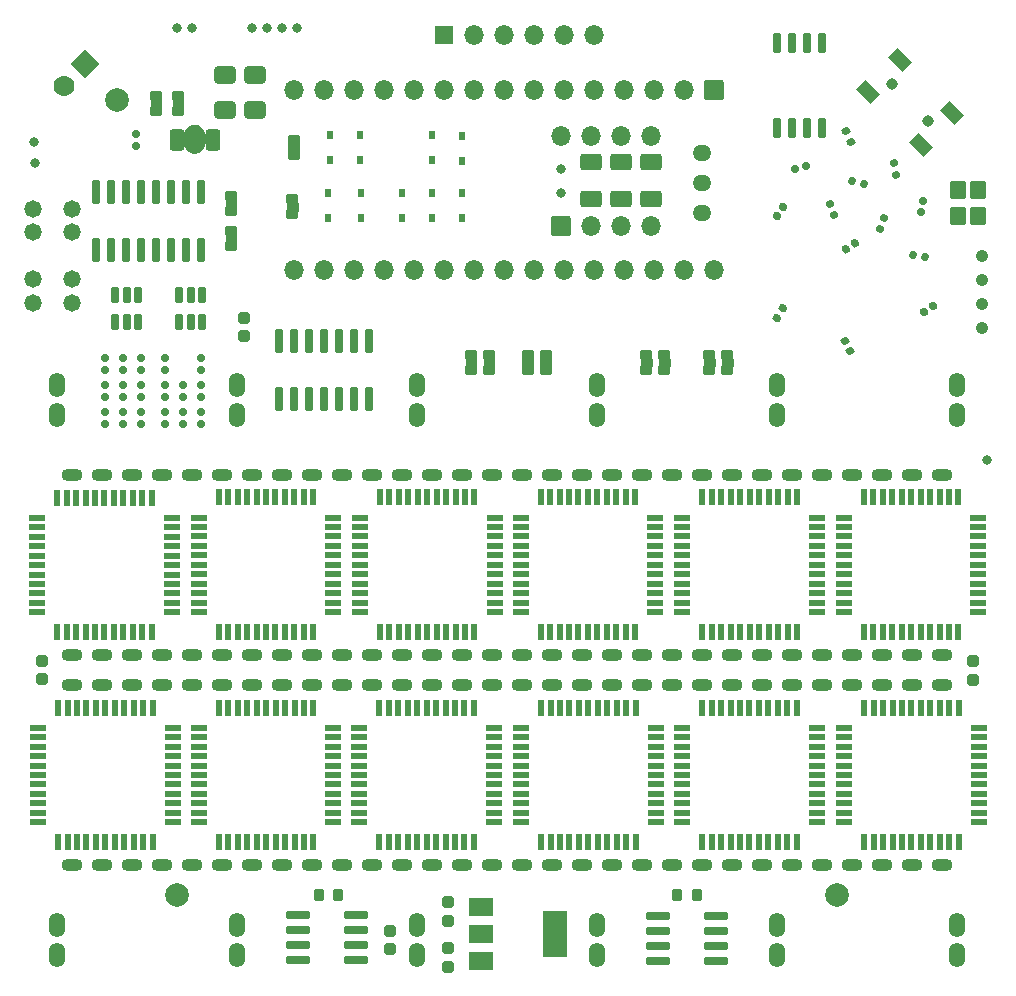
<source format=gbs>
G04 #@! TF.GenerationSoftware,KiCad,Pcbnew,(7.0.0-rc1-358-g86c12d35b4)*
G04 #@! TF.CreationDate,2023-05-18T21:24:16-07:00*
G04 #@! TF.ProjectId,Jumperless2,4a756d70-6572-46c6-9573-73322e6b6963,rev?*
G04 #@! TF.SameCoordinates,Original*
G04 #@! TF.FileFunction,Soldermask,Bot*
G04 #@! TF.FilePolarity,Negative*
%FSLAX46Y46*%
G04 Gerber Fmt 4.6, Leading zero omitted, Abs format (unit mm)*
G04 Created by KiCad (PCBNEW (7.0.0-rc1-358-g86c12d35b4)) date 2023-05-18 21:24:16*
%MOMM*%
%LPD*%
G01*
G04 APERTURE LIST*
G04 Aperture macros list*
%AMRoundRect*
0 Rectangle with rounded corners*
0 $1 Rounding radius*
0 $2 $3 $4 $5 $6 $7 $8 $9 X,Y pos of 4 corners*
0 Add a 4 corners polygon primitive as box body*
4,1,4,$2,$3,$4,$5,$6,$7,$8,$9,$2,$3,0*
0 Add four circle primitives for the rounded corners*
1,1,$1+$1,$2,$3*
1,1,$1+$1,$4,$5*
1,1,$1+$1,$6,$7*
1,1,$1+$1,$8,$9*
0 Add four rect primitives between the rounded corners*
20,1,$1+$1,$2,$3,$4,$5,0*
20,1,$1+$1,$4,$5,$6,$7,0*
20,1,$1+$1,$6,$7,$8,$9,0*
20,1,$1+$1,$8,$9,$2,$3,0*%
%AMHorizOval*
0 Thick line with rounded ends*
0 $1 width*
0 $2 $3 position (X,Y) of the first rounded end (center of the circle)*
0 $4 $5 position (X,Y) of the second rounded end (center of the circle)*
0 Add line between two ends*
20,1,$1,$2,$3,$4,$5,0*
0 Add two circle primitives to create the rounded ends*
1,1,$1,$2,$3*
1,1,$1,$4,$5*%
%AMFreePoly0*
4,1,27,0.526870,0.526870,0.538000,0.500000,0.538000,-0.500000,0.526870,-0.526870,0.500000,-0.538000,0.000000,-0.538000,-0.007413,-0.537270,-0.103084,-0.518240,-0.116783,-0.512566,-0.197889,-0.458373,-0.208373,-0.447889,-0.262566,-0.366783,-0.268240,-0.353084,-0.287270,-0.257413,-0.288000,-0.250000,-0.288000,0.250000,-0.287270,0.257413,-0.268240,0.353084,-0.262566,0.366783,-0.208373,0.447889,
-0.197889,0.458373,-0.116783,0.512566,-0.103084,0.518240,-0.007413,0.537270,0.000000,0.538000,0.500000,0.538000,0.526870,0.526870,0.526870,0.526870,$1*%
%AMFreePoly1*
4,1,27,0.534870,0.534870,0.546000,0.508000,0.546000,-0.508000,0.534870,-0.534870,0.508000,-0.546000,0.000000,-0.546000,-0.007414,-0.545270,-0.104616,-0.525935,-0.118314,-0.520261,-0.200717,-0.465201,-0.211201,-0.454717,-0.266261,-0.372314,-0.271935,-0.358616,-0.291270,-0.261414,-0.292000,-0.254000,-0.292000,0.254000,-0.291270,0.261414,-0.271935,0.358616,-0.266261,0.372314,-0.211201,0.454717,
-0.200717,0.465201,-0.118314,0.520261,-0.104616,0.525935,-0.007414,0.545270,0.000000,0.546000,0.508000,0.546000,0.534870,0.534870,0.534870,0.534870,$1*%
G04 Aperture macros list end*
%ADD10C,0.000000*%
%ADD11C,0.010000*%
%ADD12C,0.012700*%
%ADD13RoundRect,0.038000X0.600000X0.250000X-0.600000X0.250000X-0.600000X-0.250000X0.600000X-0.250000X0*%
%ADD14RoundRect,0.038000X0.250000X-0.600000X0.250000X0.600000X-0.250000X0.600000X-0.250000X-0.600000X0*%
%ADD15RoundRect,0.188000X0.150000X-0.512500X0.150000X0.512500X-0.150000X0.512500X-0.150000X-0.512500X0*%
%ADD16O,1.576000X1.376000*%
%ADD17RoundRect,0.198000X0.640000X-0.640000X0.640000X0.640000X-0.640000X0.640000X-0.640000X-0.640000X0*%
%ADD18O,1.676000X1.676000*%
%ADD19C,0.976000*%
%ADD20C,1.476000*%
%ADD21RoundRect,0.208000X-0.961665X0.000000X0.000000X-0.961665X0.961665X0.000000X0.000000X0.961665X0*%
%ADD22HorizOval,1.776000X0.000000X0.000000X0.000000X0.000000X0*%
%ADD23RoundRect,0.188000X0.600000X-0.600000X0.600000X0.600000X-0.600000X0.600000X-0.600000X-0.600000X0*%
%ADD24O,1.376000X2.076000*%
%ADD25O,1.776000X1.076000*%
%ADD26RoundRect,0.198000X-0.640000X0.640000X-0.640000X-0.640000X0.640000X-0.640000X0.640000X0.640000X0*%
%ADD27RoundRect,0.178000X0.058955X-0.212189X0.219557X0.017173X-0.058955X0.212189X-0.219557X-0.017173X0*%
%ADD28C,2.000000*%
%ADD29RoundRect,0.288001X0.624999X-0.462499X0.624999X0.462499X-0.624999X0.462499X-0.624999X-0.462499X0*%
%ADD30C,1.076000*%
%ADD31RoundRect,0.288000X0.650000X-0.412500X0.650000X0.412500X-0.650000X0.412500X-0.650000X-0.412500X0*%
%ADD32C,0.826000*%
%ADD33RoundRect,0.173000X0.185000X-0.135000X0.185000X0.135000X-0.185000X0.135000X-0.185000X-0.135000X0*%
%ADD34RoundRect,0.038000X0.225000X-0.300000X0.225000X0.300000X-0.225000X0.300000X-0.225000X-0.300000X0*%
%ADD35RoundRect,0.173000X-0.185000X0.135000X-0.185000X-0.135000X0.185000X-0.135000X0.185000X0.135000X0*%
%ADD36FreePoly0,90.000000*%
%ADD37FreePoly0,270.000000*%
%ADD38RoundRect,0.238000X-0.200000X-0.275000X0.200000X-0.275000X0.200000X0.275000X-0.200000X0.275000X0*%
%ADD39FreePoly1,90.000000*%
%ADD40FreePoly1,270.000000*%
%ADD41RoundRect,0.271680X0.350520X0.652320X-0.350520X0.652320X-0.350520X-0.652320X0.350520X-0.652320X0*%
%ADD42RoundRect,0.178000X0.143107X-0.167393X0.191728X0.108353X-0.143107X0.167393X-0.191728X-0.108353X0*%
%ADD43RoundRect,0.038000X0.954594X-0.247487X-0.247487X0.954594X-0.954594X0.247487X0.247487X-0.954594X0*%
%ADD44RoundRect,0.263000X-0.250000X0.225000X-0.250000X-0.225000X0.250000X-0.225000X0.250000X0.225000X0*%
%ADD45RoundRect,0.173000X-0.205632X0.100824X-0.158747X-0.165074X0.205632X-0.100824X0.158747X0.165074X0*%
%ADD46RoundRect,0.178000X-0.017173X-0.219557X0.212189X-0.058955X0.017173X0.219557X-0.212189X0.058955X0*%
%ADD47RoundRect,0.038000X-0.225000X0.300000X-0.225000X-0.300000X0.225000X-0.300000X0.225000X0.300000X0*%
%ADD48RoundRect,0.263000X0.250000X-0.225000X0.250000X0.225000X-0.250000X0.225000X-0.250000X-0.225000X0*%
%ADD49RoundRect,0.038000X0.600000X-0.700000X0.600000X0.700000X-0.600000X0.700000X-0.600000X-0.700000X0*%
%ADD50RoundRect,0.188000X-0.150000X0.825000X-0.150000X-0.825000X0.150000X-0.825000X0.150000X0.825000X0*%
%ADD51RoundRect,0.178000X0.099887X0.196272X-0.173476X0.135669X-0.099887X-0.196272X0.173476X-0.135669X0*%
%ADD52RoundRect,0.188000X-0.150000X0.650000X-0.150000X-0.650000X0.150000X-0.650000X0.150000X0.650000X0*%
%ADD53RoundRect,0.178000X0.207631X-0.073414X0.111865X0.189700X-0.207631X0.073414X-0.111865X-0.189700X0*%
%ADD54RoundRect,0.173000X-0.157992X-0.165796X0.109698X-0.201038X0.157992X0.165796X-0.109698X0.201038X0*%
%ADD55RoundRect,0.188000X0.825000X0.150000X-0.825000X0.150000X-0.825000X-0.150000X0.825000X-0.150000X0*%
%ADD56RoundRect,0.178000X-0.068155X0.209416X-0.218598X-0.026734X0.068155X-0.209416X0.218598X0.026734X0*%
%ADD57RoundRect,0.173000X0.224720X-0.044167X0.110613X0.200536X-0.224720X0.044167X-0.110613X-0.200536X0*%
%ADD58RoundRect,0.178000X-0.217224X0.036244X-0.077224X-0.206244X0.217224X-0.036244X0.077224X0.206244X0*%
%ADD59RoundRect,0.038000X-1.000000X-0.750000X1.000000X-0.750000X1.000000X0.750000X-1.000000X0.750000X0*%
%ADD60RoundRect,0.038000X-1.000000X-1.900000X1.000000X-1.900000X1.000000X1.900000X-1.000000X1.900000X0*%
%ADD61RoundRect,0.173000X-0.171841X-0.151395X0.091759X-0.209834X0.171841X0.151395X-0.091759X0.209834X0*%
%ADD62RoundRect,0.178000X-0.111865X0.189700X-0.207631X-0.073414X0.111865X-0.189700X0.207631X0.073414X0*%
%ADD63RoundRect,0.288000X-0.650000X0.412500X-0.650000X-0.412500X0.650000X-0.412500X0.650000X0.412500X0*%
%ADD64RoundRect,0.178000X0.026734X0.218598X-0.209416X0.068155X-0.026734X-0.218598X0.209416X-0.068155X0*%
G04 APERTURE END LIST*
D10*
G36*
X49461858Y-113820548D02*
G01*
X49483666Y-113821681D01*
X49505392Y-113823397D01*
X49527007Y-113825692D01*
X49548480Y-113828561D01*
X49569779Y-113832001D01*
X49590876Y-113836009D01*
X49611738Y-113840581D01*
X49632336Y-113845713D01*
X49652638Y-113851402D01*
X49672615Y-113857643D01*
X49692235Y-113864434D01*
X49714067Y-113872292D01*
X49727352Y-113876934D01*
X49735897Y-113879988D01*
X49745644Y-113883935D01*
X49756439Y-113888689D01*
X49768127Y-113894165D01*
X49793564Y-113906937D01*
X49820717Y-113921565D01*
X49848347Y-113937360D01*
X49875219Y-113953636D01*
X49900093Y-113969705D01*
X49911394Y-113977448D01*
X49921732Y-113984880D01*
X49936484Y-113996022D01*
X49951221Y-114007617D01*
X49965920Y-114019639D01*
X49980553Y-114032064D01*
X49995095Y-114044867D01*
X50009520Y-114058020D01*
X50023804Y-114071500D01*
X50037920Y-114085281D01*
X50051842Y-114099337D01*
X50065545Y-114113642D01*
X50079004Y-114128172D01*
X50092193Y-114142901D01*
X50105085Y-114157803D01*
X50117656Y-114172854D01*
X50129880Y-114188026D01*
X50141731Y-114203296D01*
X50163207Y-114232535D01*
X50183951Y-114262854D01*
X50203938Y-114294196D01*
X50223143Y-114326504D01*
X50241541Y-114359717D01*
X50259107Y-114393779D01*
X50275816Y-114428631D01*
X50291644Y-114464215D01*
X50306565Y-114500472D01*
X50320555Y-114537345D01*
X50333589Y-114574775D01*
X50345641Y-114612704D01*
X50356686Y-114651074D01*
X50366701Y-114689826D01*
X50375659Y-114728902D01*
X50383537Y-114768245D01*
X50390044Y-114805140D01*
X50395414Y-114839975D01*
X50399728Y-114873704D01*
X50403067Y-114907279D01*
X50405511Y-114941653D01*
X50407143Y-114977778D01*
X50408043Y-115016608D01*
X50408292Y-115059094D01*
X50407651Y-115114610D01*
X50405787Y-115166055D01*
X50402598Y-115214297D01*
X50397979Y-115260202D01*
X50391829Y-115304636D01*
X50384042Y-115348466D01*
X50374518Y-115392556D01*
X50363151Y-115437774D01*
X50357899Y-115457913D01*
X50355391Y-115467841D01*
X50353387Y-115476003D01*
X50346616Y-115501063D01*
X50337493Y-115529988D01*
X50326417Y-115561752D01*
X50313788Y-115595327D01*
X50300006Y-115629685D01*
X50285470Y-115663799D01*
X50270579Y-115696641D01*
X50255734Y-115727184D01*
X50235785Y-115765130D01*
X50214888Y-115801955D01*
X50193055Y-115837643D01*
X50170297Y-115872183D01*
X50146627Y-115905560D01*
X50122058Y-115937761D01*
X50096601Y-115968773D01*
X50070270Y-115998582D01*
X50043075Y-116027176D01*
X50015030Y-116054540D01*
X49986146Y-116080661D01*
X49956436Y-116105526D01*
X49925913Y-116129122D01*
X49894588Y-116151435D01*
X49862474Y-116172452D01*
X49829582Y-116192160D01*
X49812141Y-116201856D01*
X49794405Y-116211152D01*
X49776396Y-116220038D01*
X49758141Y-116228507D01*
X49739663Y-116236550D01*
X49720986Y-116244159D01*
X49702135Y-116251326D01*
X49683134Y-116258042D01*
X49664008Y-116264299D01*
X49644780Y-116270089D01*
X49625476Y-116275403D01*
X49606119Y-116280234D01*
X49586734Y-116284572D01*
X49567345Y-116288410D01*
X49547977Y-116291740D01*
X49528653Y-116294553D01*
X49508636Y-116296741D01*
X49485981Y-116298428D01*
X49461576Y-116299603D01*
X49436307Y-116300251D01*
X49411063Y-116300359D01*
X49386731Y-116299914D01*
X49364199Y-116298902D01*
X49344353Y-116297310D01*
X49344352Y-116297310D01*
X49320126Y-116294384D01*
X49295581Y-116290595D01*
X49270763Y-116285955D01*
X49245719Y-116280474D01*
X49220496Y-116274163D01*
X49195139Y-116267033D01*
X49169696Y-116259095D01*
X49144213Y-116250360D01*
X49128241Y-116244112D01*
X49108960Y-116235726D01*
X49087468Y-116225751D01*
X49064865Y-116214733D01*
X49042247Y-116203220D01*
X49020712Y-116191758D01*
X49001360Y-116180895D01*
X48985286Y-116171177D01*
X48960159Y-116154624D01*
X48935503Y-116137285D01*
X48911327Y-116119171D01*
X48887642Y-116100292D01*
X48864457Y-116080657D01*
X48841781Y-116060276D01*
X48819625Y-116039160D01*
X48797997Y-116017319D01*
X48776908Y-115994762D01*
X48756367Y-115971500D01*
X48736384Y-115947543D01*
X48716968Y-115922900D01*
X48698129Y-115897582D01*
X48679878Y-115871598D01*
X48662222Y-115844959D01*
X48645172Y-115817675D01*
X48634682Y-115799849D01*
X48623444Y-115779807D01*
X48611858Y-115758329D01*
X48600322Y-115736193D01*
X48589235Y-115714177D01*
X48578996Y-115693059D01*
X48570004Y-115673618D01*
X48562657Y-115656631D01*
X48556922Y-115642864D01*
X48551400Y-115629859D01*
X48546721Y-115619082D01*
X48543512Y-115611996D01*
X48542409Y-115609576D01*
X48541381Y-115607115D01*
X48540449Y-115604679D01*
X48539637Y-115602339D01*
X48538966Y-115600162D01*
X48538460Y-115598216D01*
X48538275Y-115597352D01*
X48538140Y-115596571D01*
X48538057Y-115595882D01*
X48538030Y-115595294D01*
X48538009Y-115594726D01*
X48537948Y-115594095D01*
X48537850Y-115593407D01*
X48537715Y-115592669D01*
X48537547Y-115591887D01*
X48537346Y-115591070D01*
X48537116Y-115590222D01*
X48536858Y-115589350D01*
X48536574Y-115588462D01*
X48536266Y-115587564D01*
X48535937Y-115586663D01*
X48535588Y-115585764D01*
X48535221Y-115584876D01*
X48534839Y-115584004D01*
X48534442Y-115583155D01*
X48534035Y-115582336D01*
X48532470Y-115578982D01*
X48530592Y-115574426D01*
X48526050Y-115562182D01*
X48520707Y-115546552D01*
X48514863Y-115528481D01*
X48508817Y-115508916D01*
X48502868Y-115488805D01*
X48497315Y-115469095D01*
X48492458Y-115450733D01*
X48482940Y-115411486D01*
X48474607Y-115373292D01*
X48467394Y-115335728D01*
X48461238Y-115298373D01*
X48456075Y-115260804D01*
X48451842Y-115222602D01*
X48448475Y-115183342D01*
X48445910Y-115142605D01*
X48444590Y-115115128D01*
X48443717Y-115090546D01*
X48443303Y-115067813D01*
X48443364Y-115045882D01*
X48443914Y-115023707D01*
X48444967Y-115000242D01*
X48446539Y-114974440D01*
X48448643Y-114945256D01*
X48451874Y-114908225D01*
X48455909Y-114871533D01*
X48460744Y-114835190D01*
X48466379Y-114799201D01*
X48472810Y-114763577D01*
X48480035Y-114728324D01*
X48488053Y-114693451D01*
X48496861Y-114658966D01*
X48506457Y-114624876D01*
X48516839Y-114591191D01*
X48528005Y-114557917D01*
X48539952Y-114525063D01*
X48552679Y-114492637D01*
X48566182Y-114460647D01*
X48580462Y-114429101D01*
X48595514Y-114398008D01*
X48618679Y-114353551D01*
X48630526Y-114332207D01*
X48642579Y-114311410D01*
X48654862Y-114291128D01*
X48667397Y-114271329D01*
X48680207Y-114251981D01*
X48693314Y-114233052D01*
X48706742Y-114214509D01*
X48720512Y-114196320D01*
X48734648Y-114178454D01*
X48749173Y-114160878D01*
X48764108Y-114143560D01*
X48779478Y-114126469D01*
X48795304Y-114109571D01*
X48811609Y-114092836D01*
X48835931Y-114069076D01*
X48860639Y-114046386D01*
X48885731Y-114024766D01*
X48911206Y-114004217D01*
X48937064Y-113984740D01*
X48963302Y-113966335D01*
X48989921Y-113949002D01*
X49016919Y-113932742D01*
X49044296Y-113917556D01*
X49072050Y-113903444D01*
X49100180Y-113890407D01*
X49128685Y-113878446D01*
X49157565Y-113867560D01*
X49186819Y-113857751D01*
X49216445Y-113849019D01*
X49246443Y-113841364D01*
X49262338Y-113837666D01*
X49275847Y-113834667D01*
X49287789Y-113832231D01*
X49298983Y-113830222D01*
X49310249Y-113828505D01*
X49322406Y-113826943D01*
X49336275Y-113825400D01*
X49352675Y-113823740D01*
X49374429Y-113821908D01*
X49396255Y-113820676D01*
X49418122Y-113820042D01*
X49440000Y-113820000D01*
X49461858Y-113820548D01*
G37*
D11*
X48476101Y-112344200D02*
X47637901Y-112344200D01*
X47637901Y-112344200D02*
X47637901Y-111683800D01*
X47637901Y-111683800D02*
X48476101Y-111683800D01*
X48476101Y-111683800D02*
X48476101Y-112344200D01*
G36*
X48476101Y-112344200D02*
G01*
X47637901Y-112344200D01*
X47637901Y-111683800D01*
X48476101Y-111683800D01*
X48476101Y-112344200D01*
G37*
D12*
X78117900Y-134315200D02*
X77178100Y-134315200D01*
X77178100Y-134315200D02*
X77178100Y-133654800D01*
X77178100Y-133654800D02*
X78117900Y-133654800D01*
X78117900Y-133654800D02*
X78117900Y-134315200D01*
G36*
X78117900Y-134315200D02*
G01*
X77178100Y-134315200D01*
X77178100Y-133654800D01*
X78117900Y-133654800D01*
X78117900Y-134315200D01*
G37*
D11*
X52084595Y-123128000D02*
X52922795Y-123128000D01*
X52922795Y-123128000D02*
X52922795Y-123788400D01*
X52922795Y-123788400D02*
X52084595Y-123788400D01*
X52084595Y-123788400D02*
X52084595Y-123128000D01*
G36*
X52084595Y-123128000D02*
G01*
X52922795Y-123128000D01*
X52922795Y-123788400D01*
X52084595Y-123788400D01*
X52084595Y-123128000D01*
G37*
D12*
X95008900Y-134289800D02*
X94069100Y-134289800D01*
X94069100Y-134289800D02*
X94069100Y-133629400D01*
X94069100Y-133629400D02*
X95008900Y-133629400D01*
X95008900Y-133629400D02*
X95008900Y-134289800D01*
G36*
X95008900Y-134289800D02*
G01*
X94069100Y-134289800D01*
X94069100Y-133629400D01*
X95008900Y-133629400D01*
X95008900Y-134289800D01*
G37*
D11*
X73248400Y-134264400D02*
X72410200Y-134264400D01*
X72410200Y-134264400D02*
X72410200Y-133604000D01*
X72410200Y-133604000D02*
X73248400Y-133604000D01*
X73248400Y-133604000D02*
X73248400Y-134264400D01*
G36*
X73248400Y-134264400D02*
G01*
X72410200Y-134264400D01*
X72410200Y-133604000D01*
X73248400Y-133604000D01*
X73248400Y-134264400D01*
G37*
D12*
X93484900Y-134289800D02*
X92545100Y-134289800D01*
X92545100Y-134289800D02*
X92545100Y-133629400D01*
X92545100Y-133629400D02*
X93484900Y-133629400D01*
X93484900Y-133629400D02*
X93484900Y-134289800D01*
G36*
X93484900Y-134289800D02*
G01*
X92545100Y-134289800D01*
X92545100Y-133629400D01*
X93484900Y-133629400D01*
X93484900Y-134289800D01*
G37*
D11*
X46571100Y-112344201D02*
X45732900Y-112344201D01*
X45732900Y-112344201D02*
X45732900Y-111683801D01*
X45732900Y-111683801D02*
X46571100Y-111683801D01*
X46571100Y-111683801D02*
X46571100Y-112344201D01*
G36*
X46571100Y-112344201D02*
G01*
X45732900Y-112344201D01*
X45732900Y-111683801D01*
X46571100Y-111683801D01*
X46571100Y-112344201D01*
G37*
X74772400Y-134264400D02*
X73934200Y-134264400D01*
X73934200Y-134264400D02*
X73934200Y-133604000D01*
X73934200Y-133604000D02*
X74772400Y-133604000D01*
X74772400Y-133604000D02*
X74772400Y-134264400D01*
G36*
X74772400Y-134264400D02*
G01*
X73934200Y-134264400D01*
X73934200Y-133604000D01*
X74772400Y-133604000D01*
X74772400Y-134264400D01*
G37*
D12*
X79616500Y-134315200D02*
X78676700Y-134315200D01*
X78676700Y-134315200D02*
X78676700Y-133654800D01*
X78676700Y-133654800D02*
X79616500Y-133654800D01*
X79616500Y-133654800D02*
X79616500Y-134315200D01*
G36*
X79616500Y-134315200D02*
G01*
X78676700Y-134315200D01*
X78676700Y-133654800D01*
X79616500Y-133654800D01*
X79616500Y-134315200D01*
G37*
X57366100Y-115459800D02*
X58305900Y-115459800D01*
X58305900Y-115459800D02*
X58305900Y-116120200D01*
X58305900Y-116120200D02*
X57366100Y-116120200D01*
X57366100Y-116120200D02*
X57366100Y-115459800D01*
G36*
X57366100Y-115459800D02*
G01*
X58305900Y-115459800D01*
X58305900Y-116120200D01*
X57366100Y-116120200D01*
X57366100Y-115459800D01*
G37*
D11*
X52084595Y-120181600D02*
X52922795Y-120181600D01*
X52922795Y-120181600D02*
X52922795Y-120842000D01*
X52922795Y-120842000D02*
X52084595Y-120842000D01*
X52084595Y-120842000D02*
X52084595Y-120181600D01*
G36*
X52084595Y-120181600D02*
G01*
X52922795Y-120181600D01*
X52922795Y-120842000D01*
X52084595Y-120842000D01*
X52084595Y-120181600D01*
G37*
D12*
X58178900Y-121107200D02*
X57239100Y-121107200D01*
X57239100Y-121107200D02*
X57239100Y-120446800D01*
X57239100Y-120446800D02*
X58178900Y-120446800D01*
X58178900Y-120446800D02*
X58178900Y-121107200D01*
G36*
X58178900Y-121107200D02*
G01*
X57239100Y-121107200D01*
X57239100Y-120446800D01*
X58178900Y-120446800D01*
X58178900Y-121107200D01*
G37*
X89674900Y-134289800D02*
X88735100Y-134289800D01*
X88735100Y-134289800D02*
X88735100Y-133629400D01*
X88735100Y-133629400D02*
X89674900Y-133629400D01*
X89674900Y-133629400D02*
X89674900Y-134289800D01*
G36*
X89674900Y-134289800D02*
G01*
X88735100Y-134289800D01*
X88735100Y-133629400D01*
X89674900Y-133629400D01*
X89674900Y-134289800D01*
G37*
X88150900Y-134289800D02*
X87211100Y-134289800D01*
X87211100Y-134289800D02*
X87211100Y-133629400D01*
X87211100Y-133629400D02*
X88150900Y-133629400D01*
X88150900Y-133629400D02*
X88150900Y-134289800D01*
G36*
X88150900Y-134289800D02*
G01*
X87211100Y-134289800D01*
X87211100Y-133629400D01*
X88150900Y-133629400D01*
X88150900Y-134289800D01*
G37*
D13*
X88428000Y-147091600D03*
X88428000Y-147891600D03*
X88428000Y-148691600D03*
X88428000Y-149491600D03*
X88428000Y-150291600D03*
X88428000Y-151091600D03*
X88428000Y-151891600D03*
X88428000Y-152691600D03*
X88428000Y-153491600D03*
X88428000Y-154291600D03*
X88428000Y-155091600D03*
D14*
X86728000Y-156791600D03*
X85928000Y-156791600D03*
X85128000Y-156791600D03*
X84328000Y-156791600D03*
X83528000Y-156791600D03*
X82728000Y-156791600D03*
X81928000Y-156791600D03*
X81128000Y-156791600D03*
X80328000Y-156791600D03*
X79528000Y-156791600D03*
X78728000Y-156791600D03*
D13*
X77028000Y-155091600D03*
X77028000Y-154291600D03*
X77028000Y-153491600D03*
X77028000Y-152691600D03*
X77028000Y-151891600D03*
X77028000Y-151091600D03*
X77028000Y-150291600D03*
X77028000Y-149491600D03*
X77028000Y-148691600D03*
X77028000Y-147891600D03*
X77028000Y-147091600D03*
D14*
X78728000Y-145391600D03*
X79528000Y-145391600D03*
X80328000Y-145391600D03*
X81128000Y-145391600D03*
X81928000Y-145391600D03*
X82728000Y-145391600D03*
X83528000Y-145391600D03*
X84328000Y-145391600D03*
X85128000Y-145391600D03*
X85928000Y-145391600D03*
X86728000Y-145391600D03*
D15*
X50033200Y-130556000D03*
X49083200Y-130556000D03*
X48133200Y-130556000D03*
X48133200Y-128281000D03*
X49083200Y-128281000D03*
X50033200Y-128281000D03*
D16*
X92379999Y-121284999D03*
X92379999Y-118744999D03*
X92379999Y-116204999D03*
D17*
X80442000Y-122428000D03*
D18*
X82981999Y-122427999D03*
X85521999Y-122427999D03*
X88061999Y-122427999D03*
X88061999Y-114807999D03*
X85521999Y-114807999D03*
X82981999Y-114807999D03*
X80441999Y-114807999D03*
D19*
X111557135Y-113499135D03*
X108445865Y-110387865D03*
D20*
X35738000Y-120936000D03*
X35738000Y-122936000D03*
X35738000Y-126936000D03*
X35738000Y-128936000D03*
X39038000Y-120936000D03*
X39038000Y-122936000D03*
X39038000Y-126936000D03*
X39038000Y-128936000D03*
D21*
X40144800Y-108724800D03*
D22*
X38348748Y-110520850D03*
D23*
X70536000Y-106197400D03*
D18*
X73075999Y-106197399D03*
X75615999Y-106197399D03*
X78155999Y-106197399D03*
X80695999Y-106197399D03*
X83235999Y-106197399D03*
D24*
X37769999Y-138429999D03*
X53009999Y-138429999D03*
X53009999Y-138429999D03*
X68249999Y-138429999D03*
X68249999Y-138429999D03*
X83489999Y-138429999D03*
X83489999Y-138429999D03*
X98729999Y-138429999D03*
X98729999Y-138429999D03*
X113969999Y-138429999D03*
D25*
X39039999Y-143509999D03*
X39039999Y-158749999D03*
X41579999Y-143509999D03*
X41579999Y-158749999D03*
X44119999Y-143509999D03*
X44119999Y-158749999D03*
X46659999Y-143509999D03*
X46659999Y-158749999D03*
X49199999Y-143509999D03*
X49199999Y-158749999D03*
X51739999Y-143509999D03*
X51739999Y-158749999D03*
X54279999Y-143509999D03*
X54279999Y-158749999D03*
X56819999Y-143509999D03*
X56819999Y-158749999D03*
X59359999Y-143509999D03*
X59359999Y-158749999D03*
X61899999Y-143509999D03*
X61899999Y-158749999D03*
X64439999Y-143509999D03*
X64439999Y-158749999D03*
X66979999Y-143509999D03*
X66979999Y-158749999D03*
X69519999Y-143509999D03*
X69519999Y-158749999D03*
X72059999Y-143509999D03*
X72059999Y-158749999D03*
X74599999Y-143509999D03*
X74599999Y-158749999D03*
X77139999Y-143509999D03*
X77139999Y-158749999D03*
X79679999Y-143509999D03*
X79679999Y-158749999D03*
X82219999Y-143509999D03*
X82219999Y-158749999D03*
X84759999Y-143509999D03*
X84759999Y-158749999D03*
X87299999Y-143509999D03*
X87299999Y-158749999D03*
X89839999Y-143509999D03*
X89839999Y-158749999D03*
X92379999Y-143509999D03*
X92379999Y-158749999D03*
X94919999Y-143509999D03*
X94919999Y-158749999D03*
X97459999Y-143509999D03*
X97459999Y-158749999D03*
X99999999Y-143509999D03*
X99999999Y-158749999D03*
X102539999Y-143509999D03*
X102539999Y-158749999D03*
X105079999Y-143509999D03*
X105079999Y-158749999D03*
X107619999Y-143509999D03*
X107619999Y-158749999D03*
X110159999Y-143509999D03*
X110159999Y-158749999D03*
X112699999Y-143509999D03*
X112699999Y-158749999D03*
D24*
X37769999Y-135889999D03*
X53009999Y-135889999D03*
X53009999Y-135889999D03*
X68249999Y-135889999D03*
X68249999Y-135889999D03*
X83489999Y-135889999D03*
X83489999Y-135889999D03*
X98729999Y-135889999D03*
X98729999Y-135889999D03*
X113969999Y-135889999D03*
X37769999Y-184149999D03*
X53009999Y-184149999D03*
X53009999Y-184149999D03*
X68249999Y-184149999D03*
X68249999Y-184149999D03*
X83489999Y-184149999D03*
X83489999Y-184149999D03*
X98729999Y-184149999D03*
X98729999Y-184149999D03*
X113969999Y-184149999D03*
D25*
X39039999Y-161289999D03*
X39039999Y-176529999D03*
X41579999Y-161289999D03*
X41579999Y-176529999D03*
X44119999Y-161289999D03*
X44119999Y-176529999D03*
X46659999Y-161289999D03*
X46659999Y-176529999D03*
X49199999Y-161289999D03*
X49199999Y-176529999D03*
X51739999Y-161289999D03*
X51739999Y-176529999D03*
X54279999Y-161289999D03*
X54279999Y-176529999D03*
X56819999Y-161289999D03*
X56819999Y-176529999D03*
X59359999Y-161289999D03*
X59359999Y-176529999D03*
X61899999Y-161289999D03*
X61899999Y-176529999D03*
X64439999Y-161289999D03*
X64439999Y-176529999D03*
X66979999Y-161289999D03*
X66979999Y-176529999D03*
X69519999Y-161289999D03*
X69519999Y-176529999D03*
X72059999Y-161289999D03*
X72059999Y-176529999D03*
X74599999Y-161289999D03*
X74599999Y-176529999D03*
X77139999Y-161289999D03*
X77139999Y-176529999D03*
X79679999Y-161289999D03*
X79679999Y-176529999D03*
X82219999Y-161289999D03*
X82219999Y-176529999D03*
X84759999Y-161289999D03*
X84759999Y-176529999D03*
X87299999Y-161289999D03*
X87299999Y-176529999D03*
X89839999Y-161289999D03*
X89839999Y-176529999D03*
X92379999Y-161289999D03*
X92379999Y-176529999D03*
X94919999Y-161289999D03*
X94919999Y-176529999D03*
X97459999Y-161289999D03*
X97459999Y-176529999D03*
X99999999Y-161289999D03*
X99999999Y-176529999D03*
X102539999Y-161289999D03*
X102539999Y-176529999D03*
X105079999Y-161289999D03*
X105079999Y-176529999D03*
X107619999Y-161289999D03*
X107619999Y-176529999D03*
X110159999Y-161289999D03*
X110159999Y-176529999D03*
X112699999Y-161289999D03*
X112699999Y-176529999D03*
D24*
X37769999Y-181609999D03*
X53009999Y-181609999D03*
X53009999Y-181609999D03*
X68249999Y-181622699D03*
X68249999Y-181622699D03*
X83489999Y-181609999D03*
X83489999Y-181609999D03*
X98729999Y-181609999D03*
X98729999Y-181609999D03*
X113969999Y-181609999D03*
D26*
X93396000Y-110911000D03*
D18*
X90855999Y-110910999D03*
X88315999Y-110910999D03*
X85775999Y-110910999D03*
X83235999Y-110910999D03*
X80695999Y-110910999D03*
X78155999Y-110910999D03*
X75615999Y-110910999D03*
X73075999Y-110910999D03*
X70535999Y-110910999D03*
X67995999Y-110910999D03*
X65455999Y-110910999D03*
X62915999Y-110910999D03*
X60375999Y-110910999D03*
X57835999Y-110910999D03*
X57835999Y-126150999D03*
X60375999Y-126150999D03*
X62915999Y-126150999D03*
X65455999Y-126150999D03*
X67995999Y-126150999D03*
X70535999Y-126150999D03*
X73075999Y-126150999D03*
X75615999Y-126150999D03*
X78155999Y-126150999D03*
X80695999Y-126150999D03*
X83235999Y-126150999D03*
X85775999Y-126150999D03*
X88315999Y-126150999D03*
X90855999Y-126150999D03*
X93395999Y-126150999D03*
D27*
X98708683Y-121551193D03*
X99259317Y-120764807D03*
D28*
X47930000Y-179070000D03*
D29*
X51994000Y-112612500D03*
X51994000Y-109637500D03*
D30*
X116129000Y-124968000D03*
D31*
X82982000Y-120142000D03*
X82982000Y-117017000D03*
D30*
X116129000Y-127000000D03*
D32*
X80442000Y-117602000D03*
D33*
X48438000Y-136906000D03*
X48438000Y-135886000D03*
D34*
X69520000Y-116840000D03*
X69520000Y-114740000D03*
D35*
X43358000Y-138172000D03*
X43358000Y-139192000D03*
D36*
X48049701Y-112826800D03*
D37*
X48049701Y-111201200D03*
D34*
X63551000Y-121700000D03*
X63551000Y-119600000D03*
D13*
X61186000Y-164895000D03*
X61186000Y-165695000D03*
X61186000Y-166495000D03*
X61186000Y-167295000D03*
X61186000Y-168095000D03*
X61186000Y-168895000D03*
X61186000Y-169695000D03*
X61186000Y-170495000D03*
X61186000Y-171295000D03*
X61186000Y-172095000D03*
X61186000Y-172895000D03*
D14*
X59486000Y-174595000D03*
X58686000Y-174595000D03*
X57886000Y-174595000D03*
X57086000Y-174595000D03*
X56286000Y-174595000D03*
X55486000Y-174595000D03*
X54686000Y-174595000D03*
X53886000Y-174595000D03*
X53086000Y-174595000D03*
X52286000Y-174595000D03*
X51486000Y-174595000D03*
D13*
X49786000Y-172895000D03*
X49786000Y-172095000D03*
X49786000Y-171295000D03*
X49786000Y-170495000D03*
X49786000Y-169695000D03*
X49786000Y-168895000D03*
X49786000Y-168095000D03*
X49786000Y-167295000D03*
X49786000Y-166495000D03*
X49786000Y-165695000D03*
X49786000Y-164895000D03*
D14*
X51486000Y-163195000D03*
X52286000Y-163195000D03*
X53086000Y-163195000D03*
X53886000Y-163195000D03*
X54686000Y-163195000D03*
X55486000Y-163195000D03*
X56286000Y-163195000D03*
X57086000Y-163195000D03*
X57886000Y-163195000D03*
X58686000Y-163195000D03*
X59486000Y-163195000D03*
D28*
X103810000Y-179070000D03*
X42850000Y-111760000D03*
D38*
X90285000Y-179070000D03*
X91935000Y-179070000D03*
D39*
X77648000Y-134797800D03*
D40*
X77648000Y-133172200D03*
D33*
X49962000Y-134620000D03*
X49962000Y-133600000D03*
D35*
X44882000Y-135884000D03*
X44882000Y-136904000D03*
X44882000Y-138172000D03*
X44882000Y-139192000D03*
D41*
X50952600Y-115109800D03*
X47930000Y-115120800D03*
D30*
X116129000Y-131064000D03*
D42*
X110965649Y-121249708D03*
X111132351Y-120304292D03*
D35*
X41834000Y-138172000D03*
X41834000Y-139192000D03*
D13*
X74824000Y-147091600D03*
X74824000Y-147891600D03*
X74824000Y-148691600D03*
X74824000Y-149491600D03*
X74824000Y-150291600D03*
X74824000Y-151091600D03*
X74824000Y-151891600D03*
X74824000Y-152691600D03*
X74824000Y-153491600D03*
X74824000Y-154291600D03*
X74824000Y-155091600D03*
D14*
X73124000Y-156791600D03*
X72324000Y-156791600D03*
X71524000Y-156791600D03*
X70724000Y-156791600D03*
X69924000Y-156791600D03*
X69124000Y-156791600D03*
X68324000Y-156791600D03*
X67524000Y-156791600D03*
X66724000Y-156791600D03*
X65924000Y-156791600D03*
X65124000Y-156791600D03*
D13*
X63424000Y-155091600D03*
X63424000Y-154291600D03*
X63424000Y-153491600D03*
X63424000Y-152691600D03*
X63424000Y-151891600D03*
X63424000Y-151091600D03*
X63424000Y-150291600D03*
X63424000Y-149491600D03*
X63424000Y-148691600D03*
X63424000Y-147891600D03*
X63424000Y-147091600D03*
D14*
X65124000Y-145391600D03*
X65924000Y-145391600D03*
X66724000Y-145391600D03*
X67524000Y-145391600D03*
X68324000Y-145391600D03*
X69124000Y-145391600D03*
X69924000Y-145391600D03*
X70724000Y-145391600D03*
X71524000Y-145391600D03*
X72324000Y-145391600D03*
X73124000Y-145391600D03*
D32*
X116510000Y-142240000D03*
D38*
X59932000Y-179070000D03*
X61582000Y-179070000D03*
D33*
X46914000Y-139192000D03*
X46914000Y-138172000D03*
D37*
X52510995Y-122645400D03*
D36*
X52510995Y-124271000D03*
D43*
X113578489Y-112821683D03*
X109123717Y-108366911D03*
X110891483Y-115508689D03*
X106436711Y-111053917D03*
D35*
X41834000Y-135886000D03*
X41834000Y-136906000D03*
D13*
X115796000Y-147089600D03*
X115796000Y-147889600D03*
X115796000Y-148689600D03*
X115796000Y-149489600D03*
X115796000Y-150289600D03*
X115796000Y-151089600D03*
X115796000Y-151889600D03*
X115796000Y-152689600D03*
X115796000Y-153489600D03*
X115796000Y-154289600D03*
X115796000Y-155089600D03*
D14*
X114096000Y-156789600D03*
X113296000Y-156789600D03*
X112496000Y-156789600D03*
X111696000Y-156789600D03*
X110896000Y-156789600D03*
X110096000Y-156789600D03*
X109296000Y-156789600D03*
X108496000Y-156789600D03*
X107696000Y-156789600D03*
X106896000Y-156789600D03*
X106096000Y-156789600D03*
D13*
X104396000Y-155089600D03*
X104396000Y-154289600D03*
X104396000Y-153489600D03*
X104396000Y-152689600D03*
X104396000Y-151889600D03*
X104396000Y-151089600D03*
X104396000Y-150289600D03*
X104396000Y-149489600D03*
X104396000Y-148689600D03*
X104396000Y-147889600D03*
X104396000Y-147089600D03*
D14*
X106096000Y-145389600D03*
X106896000Y-145389600D03*
X107696000Y-145389600D03*
X108496000Y-145389600D03*
X109296000Y-145389600D03*
X110096000Y-145389600D03*
X110896000Y-145389600D03*
X111696000Y-145389600D03*
X112496000Y-145389600D03*
X113296000Y-145389600D03*
X114096000Y-145389600D03*
D32*
X49200000Y-105672000D03*
X47930000Y-105672000D03*
D15*
X44628000Y-130556000D03*
X43678000Y-130556000D03*
X42728000Y-130556000D03*
X42728000Y-128281000D03*
X43678000Y-128281000D03*
X44628000Y-128281000D03*
D39*
X94539000Y-134772400D03*
D40*
X94539000Y-133146800D03*
D44*
X70917000Y-183555000D03*
X70917000Y-185105000D03*
D45*
X108674439Y-117099748D03*
X108851561Y-118104252D03*
D33*
X44501000Y-115622800D03*
X44501000Y-114602800D03*
D46*
X111151614Y-129709634D03*
X111938000Y-129159000D03*
D47*
X72060000Y-119600000D03*
X72060000Y-121700000D03*
D48*
X53645000Y-131712000D03*
X53645000Y-130162000D03*
D49*
X114097000Y-121539000D03*
X114097000Y-119339000D03*
X115797000Y-119339000D03*
X115797000Y-121539000D03*
D36*
X72822000Y-134747000D03*
D37*
X72822000Y-133121400D03*
D50*
X56566000Y-132145000D03*
X57836000Y-132145000D03*
X59106000Y-132145000D03*
X60376000Y-132145000D03*
X61646000Y-132145000D03*
X62916000Y-132145000D03*
X64186000Y-132145000D03*
X64186000Y-137095000D03*
X62916000Y-137095000D03*
X61646000Y-137095000D03*
X60376000Y-137095000D03*
X59106000Y-137095000D03*
X57836000Y-137095000D03*
X56566000Y-137095000D03*
D47*
X72060000Y-114774000D03*
X72060000Y-116874000D03*
D50*
X41072000Y-124460000D03*
X42342000Y-124460000D03*
X43612000Y-124460000D03*
X44882000Y-124460000D03*
X46152000Y-124460000D03*
X47422000Y-124460000D03*
X48692000Y-124460000D03*
X49962000Y-124460000D03*
X49962000Y-119510000D03*
X48692000Y-119510000D03*
X47422000Y-119510000D03*
X46152000Y-119510000D03*
X44882000Y-119510000D03*
X43612000Y-119510000D03*
X42342000Y-119510000D03*
X41072000Y-119510000D03*
D51*
X101230622Y-117371109D03*
X100293378Y-117578891D03*
D13*
X74776000Y-164895000D03*
X74776000Y-165695000D03*
X74776000Y-166495000D03*
X74776000Y-167295000D03*
X74776000Y-168095000D03*
X74776000Y-168895000D03*
X74776000Y-169695000D03*
X74776000Y-170495000D03*
X74776000Y-171295000D03*
X74776000Y-172095000D03*
X74776000Y-172895000D03*
D14*
X73076000Y-174595000D03*
X72276000Y-174595000D03*
X71476000Y-174595000D03*
X70676000Y-174595000D03*
X69876000Y-174595000D03*
X69076000Y-174595000D03*
X68276000Y-174595000D03*
X67476000Y-174595000D03*
X66676000Y-174595000D03*
X65876000Y-174595000D03*
X65076000Y-174595000D03*
D13*
X63376000Y-172895000D03*
X63376000Y-172095000D03*
X63376000Y-171295000D03*
X63376000Y-170495000D03*
X63376000Y-169695000D03*
X63376000Y-168895000D03*
X63376000Y-168095000D03*
X63376000Y-167295000D03*
X63376000Y-166495000D03*
X63376000Y-165695000D03*
X63376000Y-164895000D03*
D14*
X65076000Y-163195000D03*
X65876000Y-163195000D03*
X66676000Y-163195000D03*
X67476000Y-163195000D03*
X68276000Y-163195000D03*
X69076000Y-163195000D03*
X69876000Y-163195000D03*
X70676000Y-163195000D03*
X71476000Y-163195000D03*
X72276000Y-163195000D03*
X73076000Y-163195000D03*
D33*
X48438000Y-139192000D03*
X48438000Y-138172000D03*
D35*
X43358000Y-133600000D03*
X43358000Y-134620000D03*
D33*
X49962000Y-136906000D03*
X49962000Y-135886000D03*
D32*
X56820000Y-105664000D03*
D13*
X47496400Y-147119600D03*
X47496400Y-147919600D03*
X47496400Y-148719600D03*
X47496400Y-149519600D03*
X47496400Y-150319600D03*
X47496400Y-151119600D03*
X47496400Y-151919600D03*
X47496400Y-152719600D03*
X47496400Y-153519600D03*
X47496400Y-154319600D03*
X47496400Y-155119600D03*
D14*
X45796400Y-156819600D03*
X44996400Y-156819600D03*
X44196400Y-156819600D03*
X43396400Y-156819600D03*
X42596400Y-156819600D03*
X41796400Y-156819600D03*
X40996400Y-156819600D03*
X40196400Y-156819600D03*
X39396400Y-156819600D03*
X38596400Y-156819600D03*
X37796400Y-156819600D03*
D13*
X36096400Y-155119600D03*
X36096400Y-154319600D03*
X36096400Y-153519600D03*
X36096400Y-152719600D03*
X36096400Y-151919600D03*
X36096400Y-151119600D03*
X36096400Y-150319600D03*
X36096400Y-149519600D03*
X36096400Y-148719600D03*
X36096400Y-147919600D03*
X36096400Y-147119600D03*
D14*
X37796400Y-145419600D03*
X38596400Y-145419600D03*
X39396400Y-145419600D03*
X40196400Y-145419600D03*
X40996400Y-145419600D03*
X41796400Y-145419600D03*
X42596400Y-145419600D03*
X43396400Y-145419600D03*
X44196400Y-145419600D03*
X44996400Y-145419600D03*
X45796400Y-145419600D03*
D39*
X93015000Y-134772400D03*
D40*
X93015000Y-133146800D03*
D30*
X116129000Y-129032000D03*
D31*
X85522000Y-120142000D03*
X85522000Y-117017000D03*
D36*
X46144700Y-112826801D03*
D37*
X46144700Y-111201201D03*
D52*
X98730000Y-106890000D03*
X100000000Y-106890000D03*
X101270000Y-106890000D03*
X102540000Y-106890000D03*
X102540000Y-114090000D03*
X101270000Y-114090000D03*
X100000000Y-114090000D03*
X98730000Y-114090000D03*
D53*
X103593170Y-121482052D03*
X103264830Y-120579948D03*
D13*
X102106000Y-164895000D03*
X102106000Y-165695000D03*
X102106000Y-166495000D03*
X102106000Y-167295000D03*
X102106000Y-168095000D03*
X102106000Y-168895000D03*
X102106000Y-169695000D03*
X102106000Y-170495000D03*
X102106000Y-171295000D03*
X102106000Y-172095000D03*
X102106000Y-172895000D03*
D14*
X100406000Y-174595000D03*
X99606000Y-174595000D03*
X98806000Y-174595000D03*
X98006000Y-174595000D03*
X97206000Y-174595000D03*
X96406000Y-174595000D03*
X95606000Y-174595000D03*
X94806000Y-174595000D03*
X94006000Y-174595000D03*
X93206000Y-174595000D03*
X92406000Y-174595000D03*
D13*
X90706000Y-172895000D03*
X90706000Y-172095000D03*
X90706000Y-171295000D03*
X90706000Y-170495000D03*
X90706000Y-169695000D03*
X90706000Y-168895000D03*
X90706000Y-168095000D03*
X90706000Y-167295000D03*
X90706000Y-166495000D03*
X90706000Y-165695000D03*
X90706000Y-164895000D03*
D14*
X92406000Y-163195000D03*
X93206000Y-163195000D03*
X94006000Y-163195000D03*
X94806000Y-163195000D03*
X95606000Y-163195000D03*
X96406000Y-163195000D03*
X97206000Y-163195000D03*
X98006000Y-163195000D03*
X98806000Y-163195000D03*
X99606000Y-163195000D03*
X100406000Y-163195000D03*
D54*
X110289363Y-124901432D03*
X111300637Y-125034568D03*
D35*
X43358000Y-135886000D03*
X43358000Y-136906000D03*
D44*
X115367000Y-159258000D03*
X115367000Y-160808000D03*
D32*
X54280000Y-105664000D03*
D13*
X61173600Y-147091600D03*
X61173600Y-147891600D03*
X61173600Y-148691600D03*
X61173600Y-149491600D03*
X61173600Y-150291600D03*
X61173600Y-151091600D03*
X61173600Y-151891600D03*
X61173600Y-152691600D03*
X61173600Y-153491600D03*
X61173600Y-154291600D03*
X61173600Y-155091600D03*
D14*
X59473600Y-156791600D03*
X58673600Y-156791600D03*
X57873600Y-156791600D03*
X57073600Y-156791600D03*
X56273600Y-156791600D03*
X55473600Y-156791600D03*
X54673600Y-156791600D03*
X53873600Y-156791600D03*
X53073600Y-156791600D03*
X52273600Y-156791600D03*
X51473600Y-156791600D03*
D13*
X49773600Y-155091600D03*
X49773600Y-154291600D03*
X49773600Y-153491600D03*
X49773600Y-152691600D03*
X49773600Y-151891600D03*
X49773600Y-151091600D03*
X49773600Y-150291600D03*
X49773600Y-149491600D03*
X49773600Y-148691600D03*
X49773600Y-147891600D03*
X49773600Y-147091600D03*
D14*
X51473600Y-145391600D03*
X52273600Y-145391600D03*
X53073600Y-145391600D03*
X53873600Y-145391600D03*
X54673600Y-145391600D03*
X55473600Y-145391600D03*
X56273600Y-145391600D03*
X57073600Y-145391600D03*
X57873600Y-145391600D03*
X58673600Y-145391600D03*
X59473600Y-145391600D03*
D32*
X35880000Y-117094000D03*
D13*
X47572000Y-164895000D03*
X47572000Y-165695000D03*
X47572000Y-166495000D03*
X47572000Y-167295000D03*
X47572000Y-168095000D03*
X47572000Y-168895000D03*
X47572000Y-169695000D03*
X47572000Y-170495000D03*
X47572000Y-171295000D03*
X47572000Y-172095000D03*
X47572000Y-172895000D03*
D14*
X45872000Y-174595000D03*
X45072000Y-174595000D03*
X44272000Y-174595000D03*
X43472000Y-174595000D03*
X42672000Y-174595000D03*
X41872000Y-174595000D03*
X41072000Y-174595000D03*
X40272000Y-174595000D03*
X39472000Y-174595000D03*
X38672000Y-174595000D03*
X37872000Y-174595000D03*
D13*
X36172000Y-172895000D03*
X36172000Y-172095000D03*
X36172000Y-171295000D03*
X36172000Y-170495000D03*
X36172000Y-169695000D03*
X36172000Y-168895000D03*
X36172000Y-168095000D03*
X36172000Y-167295000D03*
X36172000Y-166495000D03*
X36172000Y-165695000D03*
X36172000Y-164895000D03*
D14*
X37872000Y-163195000D03*
X38672000Y-163195000D03*
X39472000Y-163195000D03*
X40272000Y-163195000D03*
X41072000Y-163195000D03*
X41872000Y-163195000D03*
X42672000Y-163195000D03*
X43472000Y-163195000D03*
X44272000Y-163195000D03*
X45072000Y-163195000D03*
X45872000Y-163195000D03*
D32*
X35865000Y-115316000D03*
X80442000Y-119634000D03*
D47*
X66980000Y-119600000D03*
X66980000Y-121700000D03*
D36*
X74346000Y-134747000D03*
D37*
X74346000Y-133121400D03*
D55*
X93585000Y-180848000D03*
X93585000Y-182118000D03*
X93585000Y-183388000D03*
X93585000Y-184658000D03*
X88635000Y-184658000D03*
X88635000Y-183388000D03*
X88635000Y-182118000D03*
X88635000Y-180848000D03*
D13*
X115819600Y-164895000D03*
X115819600Y-165695000D03*
X115819600Y-166495000D03*
X115819600Y-167295000D03*
X115819600Y-168095000D03*
X115819600Y-168895000D03*
X115819600Y-169695000D03*
X115819600Y-170495000D03*
X115819600Y-171295000D03*
X115819600Y-172095000D03*
X115819600Y-172895000D03*
D14*
X114119600Y-174595000D03*
X113319600Y-174595000D03*
X112519600Y-174595000D03*
X111719600Y-174595000D03*
X110919600Y-174595000D03*
X110119600Y-174595000D03*
X109319600Y-174595000D03*
X108519600Y-174595000D03*
X107719600Y-174595000D03*
X106919600Y-174595000D03*
X106119600Y-174595000D03*
D13*
X104419600Y-172895000D03*
X104419600Y-172095000D03*
X104419600Y-171295000D03*
X104419600Y-170495000D03*
X104419600Y-169695000D03*
X104419600Y-168895000D03*
X104419600Y-168095000D03*
X104419600Y-167295000D03*
X104419600Y-166495000D03*
X104419600Y-165695000D03*
X104419600Y-164895000D03*
D14*
X106119600Y-163195000D03*
X106919600Y-163195000D03*
X107719600Y-163195000D03*
X108519600Y-163195000D03*
X109319600Y-163195000D03*
X110119600Y-163195000D03*
X110919600Y-163195000D03*
X111719600Y-163195000D03*
X112519600Y-163195000D03*
X113319600Y-163195000D03*
X114119600Y-163195000D03*
D35*
X46914000Y-133600000D03*
X46914000Y-134620000D03*
D56*
X99241904Y-129389172D03*
X98726096Y-130198828D03*
D57*
X105041535Y-115270217D03*
X104610465Y-114345783D03*
D58*
X104459000Y-132172308D03*
X104939000Y-133003692D03*
D44*
X70917000Y-179679000D03*
X70917000Y-181229000D03*
D33*
X46914000Y-136906000D03*
X46914000Y-135886000D03*
D39*
X79146600Y-134797800D03*
D40*
X79146600Y-133172200D03*
D59*
X73634000Y-184672000D03*
X73634000Y-182372000D03*
D60*
X79934000Y-182372000D03*
D59*
X73634000Y-180072000D03*
D34*
X69520000Y-121700000D03*
X69520000Y-119600000D03*
D40*
X57836000Y-114977200D03*
D39*
X57836000Y-116602800D03*
D32*
X58090000Y-105664000D03*
D48*
X65964000Y-183655000D03*
X65964000Y-182105000D03*
D32*
X55550000Y-105664000D03*
D61*
X105090089Y-118634616D03*
X106085911Y-118855384D03*
D47*
X63424000Y-114740000D03*
X63424000Y-116840000D03*
D37*
X52510995Y-119699000D03*
D36*
X52510995Y-121324600D03*
D35*
X44882000Y-133598000D03*
X44882000Y-134618000D03*
D47*
X60757000Y-119600000D03*
X60757000Y-121700000D03*
D35*
X41834000Y-133600000D03*
X41834000Y-134620000D03*
D39*
X57709000Y-121589800D03*
D40*
X57709000Y-119964200D03*
D29*
X54534000Y-112612500D03*
X54534000Y-109637500D03*
D13*
X102129000Y-147089600D03*
X102129000Y-147889600D03*
X102129000Y-148689600D03*
X102129000Y-149489600D03*
X102129000Y-150289600D03*
X102129000Y-151089600D03*
X102129000Y-151889600D03*
X102129000Y-152689600D03*
X102129000Y-153489600D03*
X102129000Y-154289600D03*
X102129000Y-155089600D03*
D14*
X100429000Y-156789600D03*
X99629000Y-156789600D03*
X98829000Y-156789600D03*
X98029000Y-156789600D03*
X97229000Y-156789600D03*
X96429000Y-156789600D03*
X95629000Y-156789600D03*
X94829000Y-156789600D03*
X94029000Y-156789600D03*
X93229000Y-156789600D03*
X92429000Y-156789600D03*
D13*
X90729000Y-155089600D03*
X90729000Y-154289600D03*
X90729000Y-153489600D03*
X90729000Y-152689600D03*
X90729000Y-151889600D03*
X90729000Y-151089600D03*
X90729000Y-150289600D03*
X90729000Y-149489600D03*
X90729000Y-148689600D03*
X90729000Y-147889600D03*
X90729000Y-147089600D03*
D14*
X92429000Y-145389600D03*
X93229000Y-145389600D03*
X94029000Y-145389600D03*
X94829000Y-145389600D03*
X95629000Y-145389600D03*
X96429000Y-145389600D03*
X97229000Y-145389600D03*
X98029000Y-145389600D03*
X98829000Y-145389600D03*
X99629000Y-145389600D03*
X100429000Y-145389600D03*
D62*
X107784170Y-121722948D03*
X107455830Y-122625052D03*
D39*
X89205000Y-134772400D03*
D40*
X89205000Y-133146800D03*
D63*
X88062000Y-117017000D03*
X88062000Y-120142000D03*
D34*
X60884000Y-116840000D03*
X60884000Y-114740000D03*
D13*
X88466000Y-164895000D03*
X88466000Y-165695000D03*
X88466000Y-166495000D03*
X88466000Y-167295000D03*
X88466000Y-168095000D03*
X88466000Y-168895000D03*
X88466000Y-169695000D03*
X88466000Y-170495000D03*
X88466000Y-171295000D03*
X88466000Y-172095000D03*
X88466000Y-172895000D03*
D14*
X86766000Y-174595000D03*
X85966000Y-174595000D03*
X85166000Y-174595000D03*
X84366000Y-174595000D03*
X83566000Y-174595000D03*
X82766000Y-174595000D03*
X81966000Y-174595000D03*
X81166000Y-174595000D03*
X80366000Y-174595000D03*
X79566000Y-174595000D03*
X78766000Y-174595000D03*
D13*
X77066000Y-172895000D03*
X77066000Y-172095000D03*
X77066000Y-171295000D03*
X77066000Y-170495000D03*
X77066000Y-169695000D03*
X77066000Y-168895000D03*
X77066000Y-168095000D03*
X77066000Y-167295000D03*
X77066000Y-166495000D03*
X77066000Y-165695000D03*
X77066000Y-164895000D03*
D14*
X78766000Y-163195000D03*
X79566000Y-163195000D03*
X80366000Y-163195000D03*
X81166000Y-163195000D03*
X81966000Y-163195000D03*
X82766000Y-163195000D03*
X83566000Y-163195000D03*
X84366000Y-163195000D03*
X85166000Y-163195000D03*
X85966000Y-163195000D03*
X86766000Y-163195000D03*
D64*
X105357828Y-123821096D03*
X104548172Y-124336904D03*
D33*
X49962000Y-139192000D03*
X49962000Y-138172000D03*
D39*
X87681000Y-134772400D03*
D40*
X87681000Y-133146800D03*
D48*
X36500000Y-160795000D03*
X36500000Y-159245000D03*
D55*
X63105000Y-180721000D03*
X63105000Y-181991000D03*
X63105000Y-183261000D03*
X63105000Y-184531000D03*
X58155000Y-184531000D03*
X58155000Y-183261000D03*
X58155000Y-181991000D03*
X58155000Y-180721000D03*
M02*

</source>
